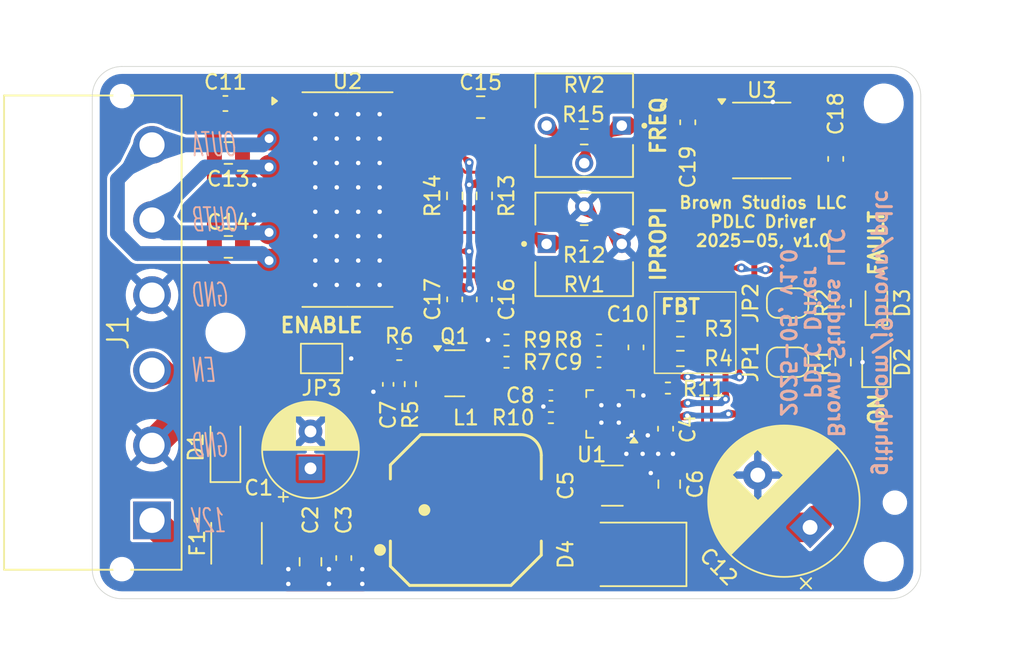
<source format=kicad_pcb>
(kicad_pcb (version 20240108) (generator "pcbnew") (generator_version "8.0")
  (title_block (title "PDLC Driver") (date "2025-05") (rev "v1.0") (company "Brown Studios LLC") (comment 1 "github.com/j9brown/pdlc"))
  (layers (0 "F.Cu" signal) (31 "B.Cu" signal) (34 "B.Paste" user) (35 "F.Paste" user) (36 "B.SilkS" user "B.Silkscreen") (37 "F.SilkS" user "F.Silkscreen") (38 "B.Mask" user) (39 "F.Mask" user) (44 "Edge.Cuts" user))
  (net 0 "")
  (net 1 "GND")
  (net 2 "+12V")
  (net 3 "VPDLC")
  (net 4 "Net-(D3-A)")
  (net 5 "+5V")
  (net 6 "/inverter/DVDD")
  (net 7 "Net-(JP1-B)")
  (net 8 "Net-(JP2-B)")
  (net 9 "Net-(D2-A)")
  (net 10 "/inverter/VREF")
  (net 11 "/inverter/IPROPI")
  (net 12 "/inverter/PHASE")
  (net 13 "Net-(U1-SS)")
  (net 14 "Net-(U1-COMP)")
  (net 15 "Net-(U2-VCP)")
  (net 16 "Net-(U2-CPL)")
  (net 17 "Net-(U2-CPH)")
  (net 18 "Net-(U3-THR)")
  (net 19 "/~{FAULT}")
  (net 20 "Net-(Q1-C)")
  (net 21 "Net-(Q1-B)")
  (net 22 "/boost/UVLO")
  (net 23 "Net-(U1-MODE)")
  (net 24 "Net-(U1-RT)")
  (net 34 "Net-(C10-Pad1)")
  (net 35 "/12V_IN")
  (net 36 "/~{EN}")
  (net 37 "/OUTA")
  (net 38 "/OUTB")
  (net 39 "/boost/SW")
  (net 40 "/boost/FB")
  (net 41 "Net-(U2-~{SLEEP})")
  (footprint "Capacitor_THT:CP_Radial_D6.3mm_P2.50mm" (layer "F.Cu") (at 94.75 109.18238 90)
    (property "Reference" "C1")
    (property "Value" "220u")
  )
  (footprint "Generic:NetTie-2_SMD_Pad0.2mm" (layer "F.Cu") (at 109 83.85 90)
    (property "Reference" "NT1" (hide yes))
    (property "Value" "NetTie_2" (hide yes))
  )
  (footprint "Capacitor_SMD:C_0603_1608Metric" (layer "F.Cu") (at 120.25 85.775 90)
    (property "Reference" "C19")
    (property "Value" "100n")
  )
  (footprint "Capacitor_THT:CP_Radial_D10.0mm_P5.00mm" (layer "F.Cu") (at 128.517767 113.171454 135)
    (property "Reference" "C12")
    (property "Value" "100u")
  )
  (footprint "Capacitor_SMD:C_0603_1608Metric" (layer "F.Cu") (at 116.75 101 -90)
    (property "Reference" "C10")
    (property "Value" "47n")
  )
  (footprint "3362P-1-502LF:TRIM_3362P-1-502LF" (layer "F.Cu") (at 113.25 94)
    (property "Reference" "RV1")
    (property "Value" "10K")
  )
  (footprint "MountingHole:MountingHole_2.2mm_M2" (layer "F.Cu") (at 133.5 115.5)
    (property "Reference" "H2" (hide yes))
    (property "Value" "MountingHole_2.2mm_M2")
  )
  (footprint "Jumper:SolderJumper-2_P1.3mm_Bridged_RoundedPad1.0x1.5mm" (layer "F.Cu") (at 127 98)
    (property "Reference" "JP2")
    (property "Value" "SolderJumper_2_Bridged")
  )
  (footprint "Capacitor_SMD:C_0603_1608Metric" (layer "F.Cu") (at 118.75 106.5 -90)
    (property "Reference" "C4")
    (property "Value" "1u")
  )
  (footprint "Resistor_SMD:R_0603_1608Metric" (layer "F.Cu") (at 119.75 99.75 180)
    (property "Reference" "R3")
    (property "Value" "120K")
  )
  (footprint "Resistor_SMD:R_0402_1005Metric" (layer "F.Cu") (at 108 102)
    (property "Reference" "R7")
    (property "Value" "100K")
  )
  (footprint "Capacitor_SMD:C_0603_1608Metric" (layer "F.Cu") (at 104.5 97.75 -90)
    (property "Reference" "C17")
    (property "Value" "1u")
  )
  (footprint "Capacitor_SMD:C_0402_1005Metric" (layer "F.Cu") (at 100 103.5 -90)
    (property "Reference" "C7")
    (property "Value" "100n")
  )
  (footprint "Diode_SMD:D_SMF" (layer "F.Cu") (at 89 107.75 90)
    (property "Reference" "D1")
    (property "Value" "SMF16A")
  )
  (footprint "Jumper:SolderJumper-2_P1.3mm_Bridged_RoundedPad1.0x1.5mm" (layer "F.Cu") (at 127 102)
    (property "Reference" "JP1")
    (property "Value" "SolderJumper_2_Bridged")
  )
  (footprint "Capacitor_SMD:C_0805_2012Metric" (layer "F.Cu") (at 89.2 94.2)
    (property "Reference" "C14")
    (property "Value" "100n")
  )
  (footprint "Resistor_SMD:R_0402_1005Metric" (layer "F.Cu") (at 101.5 103.48 90)
    (property "Reference" "R5")
    (property "Value" "100K")
  )
  (footprint "Resistor_SMD:R_0402_1005Metric" (layer "F.Cu") (at 118.91 103.75 180)
    (property "Reference" "R11")
    (property "Value" "20K")
  )
  (footprint "Resistor_SMD:R_0603_1608Metric" (layer "F.Cu") (at 113.25 93.25)
    (property "Reference" "R12")
    (property "Value" "4.7K")
  )
  (footprint "Diode_SMD:D_SMB" (layer "F.Cu") (at 116.5 115 180)
    (property "Reference" "D4")
    (property "Value" "B2100-13-F")
  )
  (footprint "Resistor_SMD:R_0603_1608Metric" (layer "F.Cu") (at 113.25 86.75)
    (property "Reference" "R15")
    (property "Value" "68K")
  )
  (footprint "Resistor_SMD:R_0402_1005Metric" (layer "F.Cu") (at 108 100.5 180)
    (property "Reference" "R9")
    (property "Value" "20K")
  )
  (footprint "WE-PD_1050P:WE-PD_1050P" (layer "F.Cu") (at 105.25 112 90)
    (property "Reference" "L1")
    (property "Value" "22u")
  )
  (footprint "Capacitor_SMD:C_0603_1608Metric" (layer "F.Cu") (at 130.25 88.25 90)
    (property "Reference" "C18")
    (property "Value" "100n")
  )
  (footprint "Capacitor_SMD:C_0603_1608Metric" (layer "F.Cu") (at 89 84.5 180)
    (property "Reference" "C11")
    (property "Value" "1u")
  )
  (footprint "Capacitor_SMD:C_0402_1005Metric" (layer "F.Cu") (at 114.25 102)
    (property "Reference" "C9")
    (property "Value" "4.7n")
  )
  (footprint "3362P-1-502LF:TRIM_3362P-1-502LF" (layer "F.Cu") (at 113.25 86 180)
    (property "Reference" "RV2")
    (property "Value" "100K")
  )
  (footprint "Resistor_SMD:R_0402_1005Metric" (layer "F.Cu") (at 100.75 101.48)
    (property "Reference" "R6")
    (property "Value" "100K")
  )
  (footprint "LED_SMD:LED_0805_2012Metric" (layer "F.Cu") (at 133 102 90)
    (property "Reference" "D2")
    (property "Value" "KT-0805G")
  )
  (footprint "Capacitor_SMD:C_1210_3225Metric" (layer "F.Cu") (at 115.15 110.35)
    (property "Reference" "C5")
    (property "Value" "4.7u")
  )
  (footprint "Package_TO_SOT_SMD:SOT-23" (layer "F.Cu") (at 104.5 102.75)
    (property "Reference" "Q1")
    (property "Value" "S8550")
  )
  (footprint "Capacitor_SMD:C_0603_1608Metric" (layer "F.Cu") (at 106.5 97.75 -90)
    (property "Reference" "C16")
    (property "Value" "100n")
  )
  (footprint "Capacitor_SMD:C_0603_1608Metric" (layer "F.Cu") (at 97 115.25 -90)
    (property "Reference" "C3")
    (property "Value" "100n")
  )
  (footprint "Capacitor_SMD:C_0805_2012Metric" (layer "F.Cu") (at 94.75 115.5 -90)
    (property "Reference" "C2")
    (property "Value" "4.7u")
  )
  (footprint "Generic:JLCPCB_PCBA_Tooling_Hole" (layer "F.Cu") (at 134.25 111.5)
    (property "Reference" "TH4" (hide yes))
    (property "Value" "JLCPCB_PCBA_Tooling_Hole" (hide yes))
  )
  (footprint "Capacitor_SMD:C_0805_2012Metric" (layer "F.Cu") (at 89.2 87.85)
    (property "Reference" "C13")
    (property "Value" "100n")
  )
  (footprint "MountingHole:MountingHole_2.2mm_M2" (layer "F.Cu") (at 133.5 84.5)
    (property "Reference" "H1" (hide yes))
    (property "Value" "MountingHole_2.2mm_M2")
  )
  (footprint "Resistor_SMD:R_0603_1608Metric" (layer "F.Cu") (at 130.75 102 90)
    (property "Reference" "R1")
    (property "Value" "2.2K")
  )
  (footprint "TBP01R1-508-06BE:CUI_TBP01R1-508-06BE" (layer "F.Cu") (at 84.0375 112.7 90)
    (property "Reference" "J1")
    (property "Value" "TBP01R1-508-06BE")
  )
  (footprint "LM5158:LM5158" (layer "F.Cu") (at 115 105.5 180)
    (property "Reference" "U1")
    (property "Value" "LM5158")
  )
  (footprint "Resistor_SMD:R_0603_1608Metric" (layer "F.Cu") (at 106.5 90.75 -90)
    (property "Reference" "R13")
    (property "Value" "100K")
  )
  (footprint "Package_SO:HTSSOP-44-1EP_6.1x14mm_P0.635mm_EP5.2x14mm_Mask4.31x8.26mm" (layer "F.Cu") (at 97.25 91)
    (property "Reference" "U2")
    (property "Value" "DRV8262DDWR")
  )
  (footprint "Resistor_SMD:R_0603_1608Metric" (layer "F.Cu") (at 104.5 90.75 90)
    (property "Reference" "R14")
    (property "Value" "100K")
  )
  (footprint "Capacitor_SMD:C_0805_2012Metric" (layer "F.Cu") (at 119 110.25 90)
    (property "Reference" "C6")
    (property "Value" "100n")
  )
  (footprint "Capacitor_SMD:C_0402_1005Metric" (layer "F.Cu") (at 111 104.25 180)
    (property "Reference" "C8")
    (property "Value" "22n")
  )
  (footprint "Capacitor_SMD:C_0805_2012Metric" (layer "F.Cu") (at 106.25 84.75)
    (property "Reference" "C15")
    (property "Value" "100n")
  )
  (footprint "Fuse:Fuse_1812_4532Metric" (layer "F.Cu") (at 89.75 114.25 90)
    (property "Reference" "F1")
    (property "Value" "1812L200/16DR")
  )
  (footprint "Resistor_SMD:R_0402_1005Metric" (layer "F.Cu") (at 114.25 100.5 180)
    (property "Reference" "R8")
    (property "Value" "1K")
  )
  (footprint "Resistor_SMD:R_0603_1608Metric" (layer "F.Cu") (at 130.75 98 90)
    (property "Reference" "R2")
    (property "Value" "2.2K")
  )
  (footprint "Generic:JLCPCB_PCBA_Tooling_Hole" (layer "F.Cu") (at 82 116)
    (property "Reference" "TH3" (hide yes))
    (property "Value" "JLCPCB_PCBA_Tooling_Hole" (hide yes))
  )
  (footprint "Generic:JLCPCB_PCBA_Tooling_Hole" (layer "F.Cu") (at 82 84)
    (property "Reference" "TH1" (hide yes))
    (property "Value" "JLCPCB_PCBA_Tooling_Hole" (hide yes))
  )
  (footprint "Resistor_SMD:R_0603_1608Metric" (layer "F.Cu") (at 119.75 101.75)
    (property "Reference" "R4")
    (property "Value" "2K")
  )
  (footprint "Jumper:SolderJumper-2_P1.3mm_Open_TrianglePad1.0x1.5mm" (layer "F.Cu") (at 95.5 101.75)
    (property "Reference" "JP3")
    (property "Value" "SolderJumper_2_Open")
  )
  (footprint "MountingHole:MountingHole_2.2mm_M2" (layer "F.Cu") (at 89 100)
    (property "Reference" "H1" (hide yes))
    (property "Value" "MountingHole_2.2mm_M2")
  )
  (footprint "LED_SMD:LED_0603_1608Metric" (layer "F.Cu") (at 133 98 90)
    (property "Reference" "D3")
    (property "Value" "KT-0603R")
  )
  (footprint "Resistor_SMD:R_0402_1005Metric" (layer "F.Cu") (at 111 105.75)
    (property "Reference" "R10")
    (property "Value" "100K")
  )
  (footprint "Package_SO:SOIC-8_3.9x4.9mm_P1.27mm" (layer "F.Cu") (at 125.25 87)
    (property "Reference" "U3")
    (property "Value" "TLC555IDR")
  )
  (gr_poly (pts (xy 99 108.25) (xy 99.25 110.25) (xy 101.75 110.25) (xy 101.75 113.75) (xy 99.25 113.75) (xy 99 115) (xy 91.75 115) (xy 89.5 112.75) (xy 88 112.75) (xy 87.99 108.23)) (fill solid) (layer "F.Cu") (net 2))
  (gr_poly (pts (xy 119.75 110.3) (xy 117.9 110.3) (xy 117.75 110.45) (xy 117.75 111.75) (xy 115.6 111.75) (xy 115.6 106.6) (xy 116.05 106.1) (xy 117.999999 106.1) (xy 118.4 106.5) (xy 119.75 106.5)) (fill solid) (layer "F.Cu") (net 1))
  (gr_poly (pts (xy 118.15 110.7) (xy 118.15 112) (xy 118 112.15) (xy 115.35 112.15) (xy 115.2 112) (xy 115.2 109) (xy 113.1 109) (xy 113.1 113.45) (xy 116 113.45) (xy 116 117.35) (xy 119.9 117.35) (xy 119.9 110.7)) (fill solid) (layer "F.Cu") (net 3))
  (gr_poly (pts (xy 114.899999 106.55) (xy 114.1 106.55) (xy 114.000028 106.65) (xy 111.1 106.65) (xy 110.7 110.25) (xy 108.75 110.25) (xy 108.75 113.75) (xy 110.7 113.75) (xy 111.15 117.35) (xy 115.6 117.35) (xy 115.6 113.85) (xy 112.7 113.85) (xy 112.7 108.599999) (xy 114.899999 108.6)) (fill solid) (layer "F.Cu") (net 39))
  (gr_rect (start 118 97.25) (end 123.5 102.75) (stroke (width 0.1)) (fill none) (layer "F.SilkS"))
  (gr_line (start 82 82) (end 134 82) (stroke (width 0.05)) (layer "Edge.Cuts"))
  (gr_arc (start 134 82) (mid 135.414214 82.585786) (end 136 84) (stroke (width 0.05)) (layer "Edge.Cuts"))
  (gr_line (start 134 118) (end 82 118) (stroke (width 0.05)) (layer "Edge.Cuts"))
  (gr_arc (start 82 118) (mid 80.585786 117.414214) (end 80 116) (stroke (width 0.05)) (layer "Edge.Cuts"))
  (gr_line (start 136 84) (end 136 116) (stroke (width 0.05)) (layer "Edge.Cuts"))
  (gr_arc (start 80 84) (mid 80.585786 82.585786) (end 82 82) (stroke (width 0.05)) (layer "Edge.Cuts"))
  (gr_line (start 80 116) (end 80 84) (stroke (width 0.05)) (layer "Edge.Cuts"))
  (gr_arc (start 136 116) (mid 135.414214 117.414214) (end 134 118) (stroke (width 0.05)) (layer "Edge.Cuts"))
  (gr_text "OUTA\n\nOUTB\n\nGND\n\nEN\n\nGND\n\n12V" (at 86.75 100 0) (layer "B.SilkS") (effects (font (size 1.58 0.8) (thickness 0.125) (italic yes)) (justify right mirror)))
  (gr_text "${COMMENT1}\n\n${COMPANY}\n${TITLE}\n${ISSUE_DATE}, ${REVISION}" (at 130.25 100 270) (layer "B.SilkS") (effects (font (size 1 1) (thickness 0.2) (bold yes)) (justify mirror)))
  (gr_text "FBT" (at 119.75 98.25 0) (layer "F.SilkS") (effects (font (size 1 1) (thickness 0.2) (bold yes))))
  (gr_text "ON" (at 133 104 90) (layer "F.SilkS") (effects (font (size 1 1) (thickness 0.2) (bold yes)) (justify right)))
  (gr_text "${COMPANY}\n${TITLE}\n${ISSUE_DATE}, ${REVISION}" (at 125.35 94.25 0) (layer "F.SilkS") (effects (font (size 0.8 0.8) (thickness 0.16) (bold yes)) (justify bottom)))
  (gr_text "FREQ" (at 118.25 86 90) (layer "F.SilkS") (effects (font (size 1 1) (thickness 0.2) (bold yes))))
  (gr_text "IPROPI" (at 118.25 94 90) (layer "F.SilkS") (effects (font (size 1 1) (thickness 0.2) (bold yes))))
  (gr_text "ENABLE" (at 95.5 99.5 0) (layer "F.SilkS") (effects (font (size 1 1) (thickness 0.2) (bold yes))))
  (gr_text "FAULT" (at 133 96.25 90) (layer "F.SilkS") (effects (font (size 1 1) (thickness 0.2) (bold yes)) (justify left)))
  (segment (start 130.25 87.475) (end 130.25 85.645) (width 0.4) (layer "F.Cu") (net 1))
  (segment (start 123.475 84.395) (end 126 84.395) (width 0.4) (layer "F.Cu") (net 1))
  (segment (start 104.5 98.525) (end 106.5 98.525) (width 0.4) (layer "F.Cu") (net 1))
  (segment (start 100 103.98) (end 99.02 103.98) (width 0.4) (layer "F.Cu") (net 1))
  (segment (start 126 84.395) (end 129 84.395) (width 0.4) (layer "F.Cu") (net 1))
  (segment (start 90.75 89.75) (end 90.8 89.8) (width 1) (layer "F.Cu") (net 1))
  (segment (start 99.02 103.98) (end 99 104) (width 0.4) (layer "F.Cu") (net 1))
  (segment (start 99.7975 90.0475) (end 99.75 90) (width 0.2) (layer "F.Cu") (net 1))
  (segment (start 100.9625 95.1275) (end 99.6725 95.1275) (width 0.2) (layer "F.Cu") (net 1))
  (segment (start 94.482378 97.75) (end 95 97.75) (width 0.4) (layer "F.Cu") (net 1))
  (segment (start 90.149999 89.1) (end 90.149999 89.149999) (width 1) (layer "F.Cu") (net 1))
  (segment (start 110.49 105.75) (end 110.49 105) (width 0.4) (layer "F.Cu") (net 1))
  (segment (start 103.6425 97.6675) (end 100.962499 97.6675) (width 0.4) (layer "F.Cu") (net 1))
  (segment (start 114.73 102) (end 114.73 104.0225) (width 0.3) (layer "F.Cu") (net 1))
  (segment (start 133 102.937501) (end 132.062499 102) (width 0.4) (layer "F.Cu") (net 1))
  (segment (start 114.075 92.285) (end 113.25 91.46) (width 0.4) (layer "F.Cu") (net 1))
  (segment (start 120.375 107.25) (end 119.5 107.25) (width 0.2) (layer "F.Cu") (net 1))
  (segment (start 114.075 93.25) (end 115.04 93.25) (width 0.4) (layer "F.Cu") (net 1))
  (segment (start 115.75 106.25) (end 115.59 106.09) (width 0.3) (layer "F.Cu") (net 1))
  (segment (start 119.42 103.75) (end 118.8 104.37) (width 0.2) (layer "F.Cu") (net 1))
  (segment (start 120.25 85) (end 122.68 85) (width 0.4) (layer "F.Cu") (net 1))
  (segment (start 115.04 93.25) (end 115.79 94) (width 0.4) (layer "F.Cu") (net 1))
  (segment (start 121.25 106.375) (end 120.375 107.25) (width 0.2) (layer "F.Cu") (net 1))
  (segment (start 91.025 90.025) (end 90.8 89.8) (width 0.4) (layer "F.Cu") (net 1))
  (segment (start 90.149999 92.800001) (end 90.75 92.2) (width 1) (layer "F.Cu") (net 1))
  (segment (start 100.962499 97.6675) (end 100.170832 97.6675) (width 0.3) (layer "F.Cu") (net 1))
  (segment (start 100.170832 97.6675) (end 100.153332 97.65) (width 0.3) (layer "F.Cu") (net 1))
  (segment (start 110.49 105) (end 110.49 104.28) (width 0.4) (layer "F.Cu") (net 1))
  (segment (start 122.775 85.095) (end 123.475 84.395) (width 0.4) (layer "F.Cu") (net 1))
  (segment (start 121.25 102.425) (end 121.25 106.375) (width 0.2) (layer "F.Cu") (net 1))
  (segment (start 107.490001 100.5) (end 106.75 100.5) (width 0.4) (layer "F.Cu") (net 1))
  (segment (start 100.153332 97.65) (end 99.05 97.65) (width 0.3) (layer "F.Cu") (net 1))
  (segment (start 117.37 104.37) (end 117.25 104.25) (width 0.2) (layer "F.Cu") (net 1))
  (segment (start 100.9625 88.7775) (end 99.5275 88.7775) (width 0.2) (layer "F.Cu") (net 1))
  (segment (start 93.537501 97.6675) (end 94.399878 97.6675) (width 0.4) (layer "F.Cu") (net 1))
  (segment (start 115.75 106.9575) (end 115.75 106.25) (width 0.3) (layer "F.Cu") (net 1))
  (segment (start 91.0475 90.0475) (end 91.025 90.025) (width 0.4) (layer "F.Cu") (net 1))
  (segment (start 93.5375 90.0475) (end 91.0475 90.0475) (width 0.4) (layer "F.Cu") (net 1))
  (segment (start 93.5375 96.3975) (end 95.1475 96.3975) (width 0.4) (layer "F.Cu") (net 1))
  (segment (start 120.575 101.75) (end 121.25 102.425) (width 0.2) (layer "F.Cu") (net 1))
  (segment (start 117.37 104.37) (end 118.8 104.37) (width 0.2) (layer "F.Cu") (net 1))
  (segment (start 114.73 104.0225) (end 114.75 104.0425) (width 0.3) (layer "F.Cu") (net 1))
  (segment (start 114.075 93.25) (end 114.075 92.285) (width 0.4) (layer "F.Cu") (net 1))
  (segment (start 90.149999 89.149999) (end 90.75 89.75) (width 1) (layer "F.Cu") (net 1))
  (segment (start 94.399878 97.6675) (end 94.482378 97.75) (width 0.4) (layer "F.Cu") (net 1))
  (segment (start 104.3775 90.0475) (end 100.9625 90.0475) (width 0.4) (layer "F.Cu") (net 1))
  (segment (start 93.25 116.5) (end 98.25 116.5) (width 2) (layer "F.Cu") (net 1))
  (segment (start 100.9625 93.857501) (end 99.357501 93.857501) (width 0.2) (layer "F.Cu") (net 1))
  (segment (start 93.5375 91.9525) (end 91 91.9525) (width 0.4) (layer "F.Cu") (net 1))
  (segment (start 90.149999 87.85) (end 90.149999 89.1) (width 1) (layer "F.Cu") (net 1))
  (segment (start 90.149999 92.9) (end 90.149999 92.800001) (width 1) (layer "F.Cu") (net 1))
  (segment (start 84.0375 107.620001) (end 85.357501 106.3) (width 2) (layer "F.Cu") (net 1))
  (segment (start 96.224999 101.75) (end 97.5 101.75) (width 0.4) (layer "F.Cu") (net 1))
  (segment (start 116.4575 106.25) (end 115.75 106.25) (width 0.3) (layer "F.Cu") (net 1))
  (segment (start 93.5375 85.6025) (end 94.8975 85.6025) (width 0.4) (layer "F.Cu") (net 1))
  (segment (start 90.9975 91.9525) (end 90.925 92.025) (width 0.4) (layer "F.Cu") (net 1))
  (segment (start 91 91.9525) (end 90.9975 91.9525) (width 0.4) (layer "F.Cu") (net 1))
  (segment (start 116.75 101.775) (end 114.955 101.775) (width 0.4) (layer "F.Cu") (net 1))
  (segment (start 114.75 104.0425) (end 114.75 104.75) (width 0.3) (layer "F.Cu") (net 1))
  (segment (start 93.5375 90.0475) (end 94.9525 90.0475) (width 0.4) (layer "F.Cu") (net 1))
  (segment (start 130.25 85.645) (end 129 84.395) (width 0.4) (layer "F.Cu") (net 1))
  (segment (start 85.357501 106.3) (end 89 106.3) (width 2) (layer "F.Cu") (net 1))
  (segment (start 104.5 98.525) (end 103.6425 97.6675) (width 0.4) (layer "F.Cu") (net 1))
  (segment (start 90.925 92.025) (end 90.75 92.2) (width 0.4) (layer "F.Cu") (net 1))
  (segment (start 93.5375 91.9525) (end 94.9525 91.9525) (width 0.4) (layer "F.Cu") (net 1))
  (segment (start 90.149999 94.2) (end 90.149999 92.9) (width 1) (layer "F.Cu") (net 1))
  (segment (start 114.955 101.775) (end 114.73 102) (width 0.4) (layer "F.Cu") (net 1))
  (segment (start 100.9625 90.0475) (end 99.7975 90.0475) (width 0.2) (layer "F.Cu") (net 1))
  (via (at 96.525 96.775) (size 0.5) (drill 0.3) (layers "F.Cu" "B.Cu") (net 1))
  (via (at 90.925 92.025) (size 0.6) (drill 0.3) (layers "F.Cu" "B.Cu") (net 1))
  (via (at 117.55 106.95) (size 0.6) (drill 0.3) (layers "F.Cu" "B.Cu") (net 1))
  (via (at 126 84.395) (size 0.6) (drill 0.3) (layers "F.Cu" "B.Cu") (net 1))
  (via (at 106.75 100.5) (size 0.6) (drill 0.3) (layers "F.Cu" "B.Cu") (net 1))
  (via (at 95.075 85.225) (size 0.5) (drill 0.3) (layers "F.Cu" "B.Cu") (net 1))
  (via (at 116.1 108.2) (size 0.6) (drill 0.3) (layers "F.Cu" "B.Cu") (net 1))
  (via (at 110.49 105) (size 0.5) (drill 0.3) (layers "F.Cu" "B.Cu") (net 1))
  (via (at 93.25 117) (size 0.6) (drill 0.3) (layers "F.Cu" "B.Cu") (net 1))
  (via (at 99.425 96.775) (size 0.5) (drill 0.3) (layers "F.Cu" "B.Cu") (net 1))
  (via (at 96.525 88.525) (size 0.5) (drill 0.3) (layers "F.Cu" "B.Cu") (net 1))
  (via (at 99.425 90.175) (size 0.5) (drill 0.3) (layers "F.Cu" "B.Cu") (net 1))
  (via (at 97.975 86.875) (size 0.5) (drill 0.3) (layers "F.Cu" "B.Cu") (net 1))
  (via (at 95.075 96.775) (size 0.5) (drill 0.3) (layers "F.Cu" "B.Cu") (net 1))
  (via (at 99.425 86.875) (size 0.5) (drill 0.3) (layers "F.Cu" "B.Cu") (net 1))
  (via (at 95.075 95.125) (size 0.5) (drill 0.3) (layers "F.Cu" "B.Cu") (net 1))
  (via (at 97.975 91.825) (size 0.5) (drill 0.3) (layers "F.Cu" "B.Cu") (net 1))
  (via (at 99.425 91.825) (size 0.5) (drill 0.3) (layers "F.Cu" "B.Cu") (net 1))
  (via (at 97.975 85.225) (size 0.5) (drill 0.3) (layers "F.Cu" "B.Cu") (net 1))
  (via (at 132.062499 102) (size 0.6) (drill 0.3) (layers "F.Cu" "B.Cu") (net 1))
  (via (at 98.25 116) (size 0.6) (drill 0.3) (layers "F.Cu" "B.Cu") (net 1))
  (via (at 90.95 90) (size 0.6) (drill 0.3) (layers "F.Cu" "B.Cu") (net 1))
  (via (at 96.525 86.875) (size 0.5) (drill 0.3) (layers "F.Cu" "B.Cu") (net 1))
  (via (at 96.525 90.175) (size 0.5) (drill 0.3) (layers "F.Cu" "B.Cu") (net 1))
  (via (at 117.25 104.25) (size 0.6) (drill 0.3) (layers "F.Cu" "B.Cu") (net 1))
  (via (at 96.525 93.475) (size 0.5) (drill 0.3) (layers "F.Cu" "B.Cu") (net 1))
  (via (at 96.525 95.125) (size 0.5) (drill 0.3) (layers "F.Cu" "B.Cu") (net 1))
  (via (at 97.975 95.125) (size 0.5) (drill 0.3) (layers "F.Cu" "B.Cu") (net 1))
  (via (at 99.425 93.475) (size 0.5) (drill 0.3) (layers "F.Cu" "B.Cu") (net 1))
  (via (at 117.2 108.2) (size 0.6) (drill 0.3) (layers "F.Cu" "B.Cu") (net 1))
  (via (at 99.425 88.525) (size 0.5) (drill 0.3) (layers "F.Cu" "B.Cu") (net 1))
  (via (at 117.75 109.5) (size 0.6) (drill 0.3) (layers "F.Cu" "B.Cu") (net 1))
  (via (at 98.25 117) (size 0.6) (drill 0.3) (layers "F.Cu" "B.Cu") (net 1))
  (via (at 97.975 93.475) (size 0.5) (drill 0.3) (layers "F.Cu" "B.Cu") (net 1))
  (via (at 99.425 85.225) (size 0.5) (drill 0.3) (layers "F.Cu" "B.Cu") (net 1))
  (via (at 95.075 88.525) (size 0.5) (drill 0.3) (layers "F.Cu" "B.Cu") (net 1))
  (via (at 96.525 85.225) (size 0.5) (drill 0.3) (layers "F.Cu" "B.Cu") (net 1))
  (via (at 95.075 90.175) (size 0.5) (drill 0.3) (layers "F.Cu" "B.Cu") (net 1))
  (via (at 97.975 90.175) (size 0.5) (drill 0.3) (layers "F.Cu" "B.Cu") (net 1))
  (via (at 97.975 88.525) (size 0.5) (drill 0.3) (layers "F.Cu" "B.Cu") (net 1))
  (via (at 95.075 93.475) (size 0.5) (drill 0.3) (layers "F.Cu" "B.Cu") (net 1))
  (via (at 95.075 91.825) (size 0.5) (drill 0.3) (layers "F.Cu" "B.Cu") (net 1))
  (via (at 95.075 86.875) (size 0.5) (drill 0.3) (layers "F.Cu" "B.Cu") (net 1))
  (via (at 97.975 96.775) (size 0.5) (drill 0.3) (layers "F.Cu" "B.Cu") (net 1))
  (via (at 99.425 95.125) (size 0.5) (drill 0.3) (layers "F.Cu" "B.Cu") (net 1))
  (via (at 118.25 108.2) (size 0.6) (drill 0.3) (layers "F.Cu" "B.Cu") (net 1))
  (via (at 96.525 91.825) (size 0.5) (drill 0.3) (layers "F.Cu" "B.Cu") (net 1))
  (via (at 119.25 108.2) (size 0.6) (drill 0.3) (layers "F.Cu" "B.Cu") (net 1))
  (via (at 99 104) (size 0.6) (drill 0.3) (layers "F.Cu" "B.Cu") (net 1))
  (via (at 96 117) (size 0.6) (drill 0.3) (layers "F.Cu" "B.Cu") (net 1))
  (via (at 116.45 106.95) (size 0.6) (drill 0.3) (layers "F.Cu" "B.Cu") (net 1))
  (via (at 96 116) (size 0.6) (drill 0.3) (layers "F.Cu" "B.Cu") (net 1))
  (via (at 93.25 116) (size 0.6) (drill 0.3) (layers "F.Cu" "B.Cu") (net 1))
  (via (at 97.5 101.75) (size 0.6) (drill 0.3) (layers "F.Cu" "B.Cu") (net 1))
  (segment (start 113.090346 98.5) (end 121 98.5) (width 0.4) (layer "F.Cu") (net 2))
  (segment (start 101.260001 103.989999) (end 98.75 106.5) (width 0.4) (layer "F.Cu") (net 2))
  (segment (start 120.149405 104.875) (end 120.257952 104.766453) (width 0.4) (layer "F.Cu") (net 2))
  (segment (start 98.75 106.5) (end 98.75 108.5) (width 0.4) (layer "F.Cu") (net 2))
  (segment (start 103.272501 103.989999) (end 103.5625 103.7) (width 0.4) (layer "F.Cu") (net 2))
  (segment (start 116.4575 105.25) (end 117.25 105.25) (width 0.3) (layer "F.Cu") (net 2))
  (segment (start 117.625 104.875) (end 120.149405 104.875) (width 0.4) (layer "F.Cu") (net 2))
  (segment (start 121 98.5) (end 122.8 100.3) (width 0.4) (layer "F.Cu") (net 2))
  (segment (start 101.5 103.989999) (end 101.260001 103.989999) (width 0.4) (layer "F.Cu") (net 2))
  (segment (start 122.8 100.3) (end 122.8 104.5) (width 0.4) (layer "F.Cu") (net 2))
  (segment (start 107.890345 103.7) (end 113.090346 98.5) (width 0.4) (layer "F.Cu") (net 2))
  (segment (start 117.25 105.25) (end 117.5 105) (width 0.3) (layer "F.Cu") (net 2))
  (segment (start 103.5625 103.7) (end 107.890345 103.7) (width 0.4) (layer "F.Cu") (net 2))
  (segment (start 101.5 103.989999) (end 103.272501 103.989999) (width 0.4) (layer "F.Cu") (net 2))
  (segment (start 117.5 105) (end 117.625 104.875) (width 0.4) (layer "F.Cu") (net 2))
  (via (at 122.8 104.5) (size 0.6) (drill 0.3) (layers "F.Cu" "B.Cu") (net 2))
  (via (at 120.257952 104.766453) (size 0.6) (drill 0.3) (layers "F.Cu" "B.Cu") (net 2))
  (segment (start 122.533547 104.766453) (end 122.8 104.5) (width 0.4) (layer "B.Cu") (net 2))
  (segment (start 120.257952 104.766453) (end 122.533547 104.766453) (width 0.4) (layer "B.Cu") (net 2))
  (segment (start 88.225 83.977776) (end 89.077776 83.125) (width 1) (layer "F.Cu") (net 3))
  (segment (start 134.75 106.939221) (end 128.517767 113.171454) (width 1) (layer "F.Cu") (net 3))
  (segment (start 129.875 83.125) (end 131.625 84.875) (width 1) (layer "F.Cu") (net 3))
  (segment (start 88.225 86.25) (end 88.225 87.824999) (width 1) (layer "F.Cu") (net 3))
  (segment (start 134.75 88.875) (end 134.75 106.939221) (width 1) (layer "F.Cu") (net 3))
  (segment (start 131.625 85.75) (end 134.75 88.875) (width 1) (layer "F.Cu") (net 3))
  (segment (start 121.85 101.025) (end 121.85 108.9) (width 0.2) (layer "F.Cu") (net 3))
  (segment (start 90.65 86.05) (end 91.45 85.25) (width 1) (layer "F.Cu") (net 3))
  (segment (start 117.828546 113.171454) (end 117.75 113.25) (width 2) (layer "F.Cu") (net 3))
  (segment (start 90.325001 97) (end 92.2 97) (width 1) (layer "F.Cu") (net 3))
  (segment (start 88.425 86.05) (end 90.65 86.05) (width 1) (layer "F.Cu") (net 3))
  (segment (start 128.517767 113.171454) (end 117.828546 113.171454) (width 2) (layer "F.Cu") (net 3))
  (segment (start 88.225 87.824999) (end 88.250001 87.85) (width 1) (layer "F.Cu") (net 3))
  (segment (start 121.85 108.9) (end 119.75 111) (width 0.2) (layer "F.Cu") (net 3))
  (segment (start 89.077776 83.125) (end 129.875 83.125) (width 1) (layer "F.Cu") (net 3))
  (segment (start 88.225 86.25) (end 88.425 86.05) (width 1) (layer "F.Cu") (net 3))
  (segment (start 91.733709 84.9675) (end 91.468709 85.2325) (width 0.4) (layer "F.Cu") (net 3))
  (segment (start 88.225 84.5) (end 88.225 85.75) (width 1) (layer "F.Cu") (net 3))
  (segment (start 93.8 91) (end 88.25 91) (width 1) (layer "F.Cu") (net 3))
  (segment (start 120.575 99.75) (end 121.85 101.025) (width 0.2) (layer "F.Cu") (net 3))
  (segment (start 88.225 85.75) (end 88.225 86.25) (width 1) (layer "F.Cu") (net 3))
  (segment (start 88.250001 94.925) (end 90.325001 97) (width 1) (layer "F.Cu") (net 3))
  (segment (start 88.250001 87.85) (end 88.250001 90.85) (width 1) (layer "F.Cu") (net 3))
  (segment (start 88.250001 94.2) (end 88.250001 94.925) (width 1) (layer "F.Cu") (net 3))
  (segment (start 93.5375 97.0325) (end 92.2325 97.0325) (width 0.4) (layer "F.Cu") (net 3))
  (segment (start 92.2325 97.0325) (end 92.2 97) (width 0.4) (layer "F.Cu") (net 3))
  (segment (start 88.225 84.5) (end 88.225 83.977776) (width 1) (layer "F.Cu") (net 3))
  (segment (start 93.5375 84.9675) (end 91.733709 84.9675) (width 0.4) (layer "F.Cu") (net 3))
  (segment (start 131.625 84.875) (end 131.625 85.75) (width 1) (layer "F.Cu") (net 3))
  (segment (start 88.250001 90.85) (end 88.250001 94.2) (width 1) (layer "F.Cu") (net 3))
  (segment (start 130.75 97.175) (end 132.962501 97.175) (width 0.2) (layer "F.Cu") (net 4))
  (segment (start 103.1025 96.3975) (end 103.375 96.125) (width 0.4) (layer "F.Cu") (net 5))
  (segment (start 129.525 89.75) (end 130.25 89.025) (width 0.4) (layer "F.Cu") (net 5))
  (segment (start 130.25 89.025) (end 129.1 87.875) (width 0.4) (layer "F.Cu") (net 5))
  (segment (start 100.9625 96.3975) (end 103.1025 96.3975) (width 0.4) (layer "F.Cu") (net 5))
  (segment (start 129.1 85.495001) (end 128.699999 85.095) (width 0.4) (layer "F.Cu") (net 5))
  (segment (start 129.1 87.875) (end 129.1 85.495001) (width 0.4) (layer "F.Cu") (net 5))
  (segment (start 105.8875 96.125) (end 106.5 96.7375) (width 0.4) (layer "F.Cu") (net 5))
  (segment (start 124.75 102) (end 124.75 98) (width 0.4) (layer "F.Cu") (net 5))
  (segment (start 124.75 98) (end 126.35 98) (width 0.4) (layer "F.Cu") (net 5))
  (segment (start 116.4575 105.75) (end 118.725 105.75) (width 0.3) (layer "F.Cu") (net 5))
  (segment (start 118.75 105.725) (end 120.10576 105.725) (width 0.4) (layer "F.Cu") (net 5))
  (segment (start 128.699999 85.095) (end 127.725 85.095) (width 0.4) (layer "F.Cu") (net 5))
  (segment (start 123.62 89.75) (end 122.775 88.905) (width 0.4) (layer "F.Cu") (net 5))
  (segment (start 124.75 89.75) (end 129.525 89.75) (width 0.4) (layer "F.Cu") (net 5))
  (segment (start 124.75 98) (end 124.75 97) (width 0.4) (layer "F.Cu") (net 5))
  (segment (start 124.75 97) (end 124.75 89.75) (width 0.4) (layer "F.Cu") (net 5))
  (segment (start 124.75 102) (end 126.350001 102) (width 0.4) (layer "F.Cu") (net 5))
  (segment (start 123 105.5) (end 123.600001 105.5) (width 0.4) (layer "F.Cu") (net 5))
  (segment (start 106.5 96.975) (end 124.725 96.975) (width 0.4) (layer "F.Cu") (net 5))
  (segment (start 103.375 96.125) (end 105.8875 96.125) (width 0.4) (layer "F.Cu") (net 5))
  (segment (start 124.75 89.75) (end 123.62 89.75) (width 0.4) (layer "F.Cu") (net 5))
  (segment (start 124.75 104.350001) (end 124.75 102) (width 0.4) (layer "F.Cu") (net 5))
  (segment (start 124.725 96.975) (end 124.75 97) (width 0.4) (layer "F.Cu") (net 5))
  (segment (start 123.600001 105.5) (end 124.75 104.350001) (width 0.4) (layer "F.Cu") (net 5))
  (segment (start 120.10576 105.725) (end 120.215371 105.615389) (width 0.4) (layer "F.Cu") (net 5))
  (via (at 123 105.5) (size 0.6) (drill 0.3) (layers "F.Cu" "B.Cu") (net 5))
  (via (at 120.215371 105.615389) (size 0.6) (drill 0.3) (layers "F.Cu" "B.Cu") (net 5))
  (segment (start 123 105.5) (end 122.884611 105.615389) (width 0.4) (layer "B.Cu") (net 5))
  (segment (start 122.884611 105.615389) (end 120.215371 105.615389) (width 0.4) (layer "B.Cu") (net 5))
  (segment (start 106.5 89.925) (end 105.55 89.925) (width 0.4) (layer "F.Cu") (net 6))
  (segment (start 105.475 96.975) (end 105.5 97) (width 0.4) (layer "F.Cu") (net 6))
  (segment (start 100.9625 86.2375) (end 103.2125 86.2375) (width 0.2) (layer "F.Cu") (net 6))
  (segment (start 104.5 96.975) (end 105.475 96.975) (width 0.4) (layer "F.Cu") (net 6))
  (segment (start 103.2125 86.2375) (end 105.475 88.5) (width 0.2) (layer "F.Cu") (net 6))
  (segment (start 105.467486 94.4925) (end 105.475 94.500014) (width 0.2) (layer "F.Cu") (net 6))
  (segment (start 105.55 89.925) (end 105.475 90) (width 0.4) (layer "F.Cu") (net 6))
  (segment (start 104.4425 97.0325) (end 100.9625 97.0325) (width 0.4) (layer "F.Cu") (net 6))
  (segment (start 100.962499 94.4925) (end 105.467486 94.4925) (width 0.2) (layer "F.Cu") (net 6))
  (via (at 105.5 97) (size 0.6) (drill 0.3) (layers "F.Cu" "B.Cu") (net 6))
  (via (at 105.475 88.5) (size 0.6) (drill 0.3) (layers "F.Cu" "B.Cu") (net 6))
  (via (at 105.475 90) (size 0.6) (drill 0.3) (layers "F.Cu" "B.Cu") (net 6))
  (via (at 105.475 94.500014) (size 0.6) (drill 0.3) (layers "F.Cu" "B.Cu") (net 6))
  (segment (start 105.475 88.5) (end 105.475 90) (width 0.4) (layer "B.Cu") (net 6))
  (segment (start 105.475 94.5) (end 105.475 94.500014) (width 0.4) (layer "B.Cu") (net 6))
  (segment (start 105.475 96.975) (end 105.5 97) (width 0.4) (layer "B.Cu") (net 6))
  (segment (start 105.475 94.5) (end 105.475 96.975) (width 0.4) (layer "B.Cu") (net 6))
  (segment (start 105.475 90) (end 105.475 94.5) (width 0.4) (layer "B.Cu") (net 6))
  (segment (start 128.474999 102.825) (end 130.75 102.825) (width 0.2) (layer "F.Cu") (net 7))
  (segment (start 127.649999 102) (end 128.474999 102.825) (width 0.2) (layer "F.Cu") (net 7))
  (segment (start 127.65 98) (end 128.475 98.825) (width 0.2) (layer "F.Cu") (net 8))
  (segment (start 128.475 98.825) (end 130.75 98.825) (width 0.2) (layer "F.Cu") (net 8))
  (segment (start 130.75 101.175) (end 132.887499 101.175) (width 0.2) (layer "F.Cu") (net 9))
  (segment (start 100.9625 90.682501) (end 100.9625 91.317499) (width 0.2) (layer "F.Cu") (net 10))
  (segment (start 104.5 91.575) (end 106.5 91.575) (width 0.2) (layer "F.Cu") (net 10))
  (segment (start 100.9625 91.317499) (end 104.242499 91.317499) (width 0.2) (layer "F.Cu") (net 10))
  (segment (start 111.675 94) (end 112.425 93.25) (width 0.2) (layer "F.Cu") (net 11))
  (segment (start 100.9625 93.2225) (end 100.9625 92.5875) (width 0.2) (layer "F.Cu") (net 11))
  (segment (start 109.9325 93.2225) (end 100.9625 93.2225) (width 0.2) (layer "F.Cu") (net 11))
  (segment (start 110.71 94) (end 111.675 94) (width 0.2) (layer "F.Cu") (net 11))
  (segment (start 110.71 94) (end 109.9325 93.2225) (width 0.2) (layer "F.Cu") (net 11))
  (segment (start 112.425 86.75) (end 111.46 86.75) (width 0.2) (layer "F.Cu") (net 12))
  (segment (start 102.928261 86.8725) (end 105.205761 89.15) (width 0.2) (layer "F.Cu") (net 12))
  (segment (start 122.775 87.635) (end 116.115 87.635) (width 0.2) (layer "F.Cu") (net 12))
  (segment (start 116.115 87.635) (end 114 89.75) (width 0.2) (layer "F.Cu") (net 12))
  (segment (start 114 89.75) (end 110.625 89.75) (width 0.2) (layer "F.Cu") (net 12))
  (segment (start 105.205761 89.15) (end 110.025 89.15) (width 0.2) (layer "F.Cu") (net 12))
  (segment (start 100.9625 86.8725) (end 102.928261 86.8725) (width 0.2) (layer "F.Cu") (net 12))
  (segment (start 110.025 89.15) (end 112.425 86.75) (width 0.2) (layer "F.Cu") (net 12))
  (segment (start 111.46 86.75) (end 110.71 86) (width 0.2) (layer "F.Cu") (net 12))
  (segment (start 110.625 89.75) (end 110.025 89.15) (width 0.2) (layer "F.Cu") (net 12))
  (segment (start 112.48 105.25) (end 111.48 104.25) (width 0.2) (layer "F.Cu") (net 13))
  (segment (start 113.5425 105.25) (end 112.48 105.25) (width 0.2) (layer "F.Cu") (net 13))
  (segment (start 113.77 102) (end 113.77 100.53) (width 0.2) (layer "F.Cu") (net 14))
  (segment (start 114.25 104.0425) (end 114.25 102.48) (width 0.2) (layer "F.Cu") (net 14))
  (segment (start 114.25 102.48) (end 113.77 102) (width 0.2) (layer "F.Cu") (net 14))
  (segment (start 93.537501 84.3325) (end 89.9425 84.3325) (width 0.4) (layer "F.Cu") (net 15))
  (segment (start 106.074999 85.875) (end 107.199999 84.75) (width 0.4) (layer "F.Cu") (net 16))
  (segment (start 103.7175 84.9675) (end 104.625 85.875) (width 0.4) (layer "F.Cu") (net 16))
  (segment (start 100.9625 84.9675) (end 103.7175 84.9675) (width 0.4) (layer "F.Cu") (net 16))
  (segment (start 104.625 85.875) (end 106.074999 85.875) (width 0.4) (layer "F.Cu") (net 16))
  (segment (start 100.962499 84.3325) (end 104.882501 84.3325) (width 0.4) (layer "F.Cu") (net 17))
  (segment (start 104.882501 84.3325) (end 105.300001 84.75) (width 0.4) (layer "F.Cu") (net 17))
  (segment (start 113.25 88.54) (end 113.25 87.575) (width 0.2) (layer "F.Cu") (net 18))
  (segment (start 113.25 87.575) (end 114.075 86.75) (width 0.2) (layer "F.Cu") (net 18))
  (segment (start 115.79 86) (end 119.7 86) (width 0.2) (layer "F.Cu") (net 18))
  (segment (start 125.635 87.635) (end 127.725 87.635) (width 0.2) (layer "F.Cu") (net 18))
  (segment (start 124.365 86.365) (end 125.635 87.635) (width 0.2) (layer "F.Cu") (net 18))
  (segment (start 115.04 86.75) (end 115.79 86) (width 0.2) (layer "F.Cu") (net 18))
  (segment (start 122.775 86.365) (end 124.365 86.365) (width 0.2) (layer "F.Cu") (net 18))
  (segment (start 119.7 86) (end 120.25 86.55) (width 0.2) (layer "F.Cu") (net 18))
  (segment (start 114.075 86.75) (end 115.04 86.75) (width 0.2) (layer "F.Cu") (net 18))
  (segment (start 120.25 86.55) (end 122.59 86.55) (width 0.2) (layer "F.Cu") (net 18))
  (segment (start 127.749968 95.749968) (end 125.5 95.749968) (width 0.2) (layer "F.Cu") (net 19))
  (segment (start 100.9625 95.7625) (end 101.9875 95.7625) (width 0.2) (layer "F.Cu") (net 19))
  (segment (start 101.9875 95.7625) (end 102.124981 95.625019) (width 0.2) (layer "F.Cu") (net 19))
  (segment (start 130 98) (end 127.749968 95.749968) (width 0.2) (layer "F.Cu") (net 19))
  (segment (start 102.124981 95.625019) (end 123.875019 95.625019) (width 0.2) (layer "F.Cu") (net 19))
  (segment (start 132.212499 98) (end 130 98) (width 0.2) (layer "F.Cu") (net 19))
  (segment (start 133 98.787501) (end 132.212499 98) (width 0.2) (layer "F.Cu") (net 19))
  (via (at 125.5 95.749968) (size 0.6) (drill 0.3) (layers "F.Cu" "B.Cu") (net 19))
  (via (at 123.875019 95.625019) (size 0.6) (drill 0.3) (layers "F.Cu" "B.Cu") (net 19))
  (segment (start 123.999968 95.749968) (end 125.5 95.749968) (width 0.2) (layer "B.Cu") (net 19))
  (segment (start 123.875019 95.625019) (end 123.999968 95.749968) (width 0.2) (layer "B.Cu") (net 19))
  (segment (start 105.4375 102.75) (end 106.740001 102.75) (width 0.2) (layer "F.Cu") (net 20))
  (segment (start 106.740001 102.75) (end 107.490001 102) (width 0.2) (layer "F.Cu") (net 20))
  (segment (start 101.5 102.970001) (end 101.5 101.879999) (width 0.2) (layer "F.Cu") (net 21))
  (segment (start 103.5625 101.8) (end 101.579999 101.8) (width 0.2) (layer "F.Cu") (net 21))
  (segment (start 100 103.02) (end 101.450001 103.02) (width 0.2) (layer "F.Cu") (net 21))
  (segment (start 101.5 101.879999) (end 101.579999 101.8) (width 0.2) (layer "F.Cu") (net 21))
  (segment (start 101.579999 101.8) (end 101.259999 101.48) (width 0.2) (layer "F.Cu") (net 21))
  (segment (start 108.509999 102) (end 108.509999 100.5) (width 0.2) (layer "F.Cu") (net 22))
  (segment (start 115.25 103.610614) (end 115.860614 103) (width 0.2) (layer "F.Cu") (net 22))
  (segment (start 108.509999 100.5) (end 110 100.5) (width 0.2) (layer "F.Cu") (net 22))
  (segment (start 115.25 104.0425) (end 115.25 103.610614) (width 0.2) (layer "F.Cu") (net 22))
  (segment (start 123.75 100.25) (end 123.75 103) (width 0.2) (layer "F.Cu") (net 22))
  (segment (start 110 100.5) (end 112.5 98) (width 0.2) (layer "F.Cu") (net 22))
  (segment (start 121.5 98) (end 123.75 100.25) (width 0.2) (layer "F.Cu") (net 22))
  (segment (start 115.860614 103) (end 120.25 103) (width 0.2) (layer "F.Cu") (net 22))
  (segment (start 112.5 98) (end 121.5 98) (width 0.2) (layer "F.Cu") (net 22))
  (via (at 120.25 103) (size 0.6) (drill 0.3) (layers "F.Cu" "B.Cu") (net 22))
  (via (at 123.75 103) (size 0.6) (drill 0.3) (layers "F.Cu" "B.Cu") (net 22))
  (segment (start 120.25 103) (end 123.75 103) (width 0.2) (layer "B.Cu") (net 22))
  (segment (start 113.5425 105.75) (end 111.51 105.75) (width 0.2) (layer "F.Cu") (net 23))
  (segment (start 116.1925 103.6) (end 118.25 103.6) (width 0.2) (layer "F.Cu") (net 24))
  (segment (start 115.75 104.0425) (end 116.1925 103.6) (width 0.2) (layer "F.Cu") (net 24))
  (segment (start 114.76 100.5) (end 116.475 100.5) (width 0.2) (layer "F.Cu") (net 34))
  (segment (start 87.725 116.3875) (end 84.0375 112.7) (width 2) (layer "F.Cu") (net 35))
  (segment (start 89.75 116.3875) (end 87.725 116.3875) (width 2) (layer "F.Cu") (net 35))
  (segment (start 84.4975 103) (end 94.75 103) (width 0.2) (layer "F.Cu") (net 36))
  (segment (start 94.775001 101.75) (end 94.775001 102.974999) (width 0.2) (layer "F.Cu") (net 36))
  (segment (start 100.240001 101.48) (end 98.720001 103) (width 0.2) (layer "F.Cu") (net 36))
  (segment (start 94.75 103) (end 98.720001 103) (width 0.2) (layer "F.Cu") (net 36))
  (segment (start 94.775001 102.974999) (end 94.75 103) (width 0.2) (layer "F.Cu") (net 36))
  (segment (start 91.950031 86.8725) (end 91.95 86.872531) (width 1.6) (layer "F.Cu") (net 37))
  (segment (start 93.5375 95.1275) (end 91.950004 95.1275) (width 1.6) (layer "F.Cu") (net 37))
  (segment (start 93.5375 86.8725) (end 91.950031 86.8725) (width 1.6) (layer "F.Cu") (net 37))
  (via (at 91.95 86.872531) (size 1) (drill 0.6) (layers "F.Cu" "B.Cu") (net 37))
  (via (at 91.950004 95.1275) (size 1) (drill 0.6) (layers "F.Cu" "B.Cu") (net 37))
  (segment (start 83.05 94.65) (end 91.472504 94.65) (width 1) (layer "B.Cu") (net 37))
  (segment (start 91.472504 94.65) (end 91.950004 95.1275) (width 1) (layer "B.Cu") (net 37))
  (segment (start 84.0375 87.3) (end 91.522531 87.3) (width 1) (layer "B.Cu") (net 37))
  (segment (start 91.522531 87.3) (end 91.95 86.872531) (width 1) (layer "B.Cu") (net 37))
  (segment (start 81.7 93.3) (end 83.05 94.65) (width 1) (layer "B.Cu") (net 37))
  (segment (start 84.0375 87.3) (end 81.7 89.6375) (width 1) (layer "B.Cu") (net 37))
  (segment (start 81.7 89.6375) (end 81.7 93.3) (width 1) (layer "B.Cu") (net 37))
  (segment (start 93.5375 93.2225) (end 91.950014 93.2225) (width 1.6) (layer "F.Cu") (net 38))
  (segment (start 91.9725 88.7775) (end 91.95 88.8) (width 1.6) (layer "F.Cu") (net 38))
  (segment (start 93.5375 88.7775) (end 91.9725 88.7775) (width 1.6) (layer "F.Cu") (net 38))
  (via (at 91.950014 93.2225) (size 1) (drill 0.6) (layers "F.Cu" "B.Cu") (net 38))
  (via (at 91.95 88.8) (size 1) (drill 0.6) (layers "F.Cu" "B.Cu") (net 38))
  (segment (start 91.922514 93.25) (end 91.950014 93.2225) (width 1) (layer "B.Cu") (net 38))
  (segment (start 84.0375 92.38) (end 84.9075 93.25) (width 1) (layer "B.Cu") (net 38))
  (segment (start 91.95 88.8) (end 87.6175 88.8) (width 1) (layer "B.Cu") (net 38))
  (segment (start 87.6175 88.8) (end 84.0375 92.38) (width 1) (layer "B.Cu") (net 38))
  (segment (start 84.9075 93.25) (end 91.922514 93.25) (width 1) (layer "B.Cu") (net 38))
  (segment (start 118.925 99.75) (end 118.425 99.25) (width 0.2) (layer "F.Cu") (net 40))
  (segment (start 118.925 101.75) (end 118.925 99.75) (width 0.2) (layer "F.Cu") (net 40))
  (segment (start 113.5 99.25) (end 112.75 100) (width 0.2) (layer "F.Cu") (net 40))
  (segment (start 118.425 99.25) (end 113.5 99.25) (width 0.2) (layer "F.Cu") (net 40))
  (segment (start 112.75 103.9575) (end 113.5425 104.75) (width 0.2) (layer "F.Cu") (net 40))
  (segment (start 112.75 100) (end 112.75 103.9575) (width 0.2) (layer "F.Cu") (net 40))
  (segment (start 109 85) (end 109 84.125) (width 0.2) (layer "F.Cu") (net 41))
  (segment (start 104.25 86.5) (end 107.5 86.5) (width 0.2) (layer "F.Cu") (net 41))
  (segment (start 107.5 86.5) (end 109 85) (width 0.2) (layer "F.Cu") (net 41))
  (segment (start 103.3525 85.6025) (end 104.25 86.5) (width 0.2) (layer "F.Cu") (net 41))
  (segment (start 100.9625 85.6025) (end 103.3525 85.6025) (width 0.2) (layer "F.Cu") (net 41))
  (zone (net 1) (net_name "GND") (layer "F.Cu") (priority 1) (connect_pads (clearance 0)) (min_thickness 0.25) (fill yes (thermal_gap 0.5) (thermal_bridge_width 0.5))
    (polygon (pts (xy 94.65 84) (xy 99.85 84) (xy 99.85 98) (xy 94.65 98)))
  )
  (zone (net 1) (net_name "GND") (layer "F.Cu") (priority 2) (connect_pads yes (clearance 0)) (min_thickness 0.25) (fill yes (thermal_gap 0.5) (thermal_bridge_width 0.5) (island_removal_mode 1) (island_area_min 10))
    (polygon (pts (xy 114.16 104.66) (xy 114.16 106.35) (xy 115.85 106.35) (xy 115.85 104.65) (xy 114.17 104.65)))
  )
  (zone (net 1) (net_name "GND") (layer "B.Cu") (name "GND") (connect_pads (clearance 0.5)) (min_thickness 0.25) (fill yes (thermal_gap 0.5) (thermal_bridge_width 0.5))
    (polygon (pts (xy 77.5 77.5) (xy 77.5 122.5) (xy 142.5 122.5) (xy 142.5 77.5)))
  )
)
</source>
